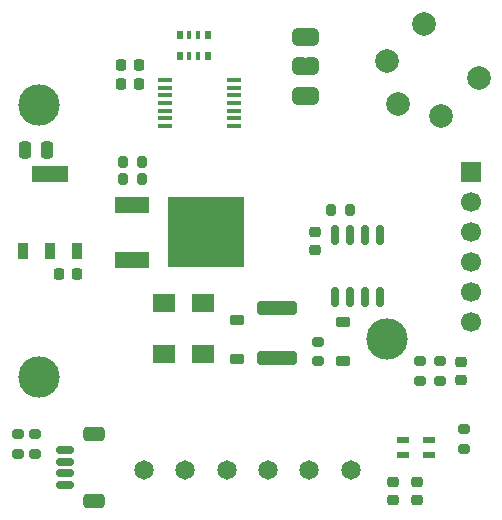
<source format=gts>
G04 #@! TF.GenerationSoftware,KiCad,Pcbnew,9.0.1*
G04 #@! TF.CreationDate,2025-05-14T09:26:50-05:00*
G04 #@! TF.ProjectId,Incipit11,496e6369-7069-4743-9131-2e6b69636164,A*
G04 #@! TF.SameCoordinates,Original*
G04 #@! TF.FileFunction,Soldermask,Top*
G04 #@! TF.FilePolarity,Negative*
%FSLAX46Y46*%
G04 Gerber Fmt 4.6, Leading zero omitted, Abs format (unit mm)*
G04 Created by KiCad (PCBNEW 9.0.1) date 2025-05-14 09:26:50*
%MOMM*%
%LPD*%
G01*
G04 APERTURE LIST*
G04 Aperture macros list*
%AMRoundRect*
0 Rectangle with rounded corners*
0 $1 Rounding radius*
0 $2 $3 $4 $5 $6 $7 $8 $9 X,Y pos of 4 corners*
0 Add a 4 corners polygon primitive as box body*
4,1,4,$2,$3,$4,$5,$6,$7,$8,$9,$2,$3,0*
0 Add four circle primitives for the rounded corners*
1,1,$1+$1,$2,$3*
1,1,$1+$1,$4,$5*
1,1,$1+$1,$6,$7*
1,1,$1+$1,$8,$9*
0 Add four rect primitives between the rounded corners*
20,1,$1+$1,$2,$3,$4,$5,0*
20,1,$1+$1,$4,$5,$6,$7,0*
20,1,$1+$1,$6,$7,$8,$9,0*
20,1,$1+$1,$8,$9,$2,$3,0*%
%AMFreePoly0*
4,1,23,0.500000,-0.750000,0.000000,-0.750000,0.000000,-0.745722,-0.065263,-0.745722,-0.191342,-0.711940,-0.304381,-0.646677,-0.396677,-0.554381,-0.461940,-0.441342,-0.495722,-0.315263,-0.495722,-0.250000,-0.500000,-0.250000,-0.500000,0.250000,-0.495722,0.250000,-0.495722,0.315263,-0.461940,0.441342,-0.396677,0.554381,-0.304381,0.646677,-0.191342,0.711940,-0.065263,0.745722,0.000000,0.745722,
0.000000,0.750000,0.500000,0.750000,0.500000,-0.750000,0.500000,-0.750000,$1*%
%AMFreePoly1*
4,1,23,0.000000,0.745722,0.065263,0.745722,0.191342,0.711940,0.304381,0.646677,0.396677,0.554381,0.461940,0.441342,0.495722,0.315263,0.495722,0.250000,0.500000,0.250000,0.500000,-0.250000,0.495722,-0.250000,0.495722,-0.315263,0.461940,-0.441342,0.396677,-0.554381,0.304381,-0.646677,0.191342,-0.711940,0.065263,-0.745722,0.000000,-0.745722,0.000000,-0.750000,-0.500000,-0.750000,
-0.500000,0.750000,0.000000,0.750000,0.000000,0.745722,0.000000,0.745722,$1*%
G04 Aperture macros list end*
%ADD10RoundRect,0.225000X-0.375000X0.225000X-0.375000X-0.225000X0.375000X-0.225000X0.375000X0.225000X0*%
%ADD11R,1.900000X1.600000*%
%ADD12RoundRect,0.200000X-0.275000X0.200000X-0.275000X-0.200000X0.275000X-0.200000X0.275000X0.200000X0*%
%ADD13RoundRect,0.200000X0.200000X0.275000X-0.200000X0.275000X-0.200000X-0.275000X0.200000X-0.275000X0*%
%ADD14C,1.650000*%
%ADD15RoundRect,0.250000X-1.450000X0.312500X-1.450000X-0.312500X1.450000X-0.312500X1.450000X0.312500X0*%
%ADD16FreePoly0,0.000000*%
%ADD17FreePoly1,0.000000*%
%ADD18R,3.000000X1.400000*%
%ADD19R,6.500000X6.000000*%
%ADD20RoundRect,0.225000X-0.250000X0.225000X-0.250000X-0.225000X0.250000X-0.225000X0.250000X0.225000X0*%
%ADD21R,1.700000X1.700000*%
%ADD22C,1.700000*%
%ADD23C,2.600000*%
%ADD24C,3.500000*%
%ADD25RoundRect,0.200000X0.275000X-0.200000X0.275000X0.200000X-0.275000X0.200000X-0.275000X-0.200000X0*%
%ADD26RoundRect,0.225000X-0.225000X-0.250000X0.225000X-0.250000X0.225000X0.250000X-0.225000X0.250000X0*%
%ADD27RoundRect,0.225000X0.250000X-0.225000X0.250000X0.225000X-0.250000X0.225000X-0.250000X-0.225000X0*%
%ADD28RoundRect,0.250000X0.250000X0.475000X-0.250000X0.475000X-0.250000X-0.475000X0.250000X-0.475000X0*%
%ADD29RoundRect,0.150000X0.150000X-0.675000X0.150000X0.675000X-0.150000X0.675000X-0.150000X-0.675000X0*%
%ADD30C,2.000000*%
%ADD31R,0.889000X1.473200*%
%ADD32R,3.149600X1.473200*%
%ADD33RoundRect,0.225000X0.225000X0.250000X-0.225000X0.250000X-0.225000X-0.250000X0.225000X-0.250000X0*%
%ADD34RoundRect,0.218750X0.256250X-0.218750X0.256250X0.218750X-0.256250X0.218750X-0.256250X-0.218750X0*%
%ADD35R,0.500000X0.800000*%
%ADD36R,0.400000X0.800000*%
%ADD37RoundRect,0.150000X-0.625000X0.150000X-0.625000X-0.150000X0.625000X-0.150000X0.625000X0.150000X0*%
%ADD38RoundRect,0.250000X-0.650000X0.350000X-0.650000X-0.350000X0.650000X-0.350000X0.650000X0.350000X0*%
%ADD39R,1.308100X0.355600*%
%ADD40R,1.000000X0.600000*%
%ADD41RoundRect,0.225000X0.375000X-0.225000X0.375000X0.225000X-0.375000X0.225000X-0.375000X-0.225000X0*%
G04 APERTURE END LIST*
G36*
X150900000Y-70200000D02*
G01*
X151200000Y-70200000D01*
X151200000Y-71700000D01*
X150900000Y-71700000D01*
X150900000Y-70200000D01*
G37*
G36*
X150900000Y-75200000D02*
G01*
X151200000Y-75200000D01*
X151200000Y-76700000D01*
X150900000Y-76700000D01*
X150900000Y-75200000D01*
G37*
G36*
X150900000Y-72700000D02*
G01*
X151200000Y-72700000D01*
X151200000Y-74200000D01*
X150900000Y-74200000D01*
X150900000Y-72700000D01*
G37*
D10*
X154270000Y-95050000D03*
X154270000Y-98350000D03*
D11*
X142400000Y-97800000D03*
X142400000Y-93500000D03*
D12*
X128200000Y-104575000D03*
X128200000Y-106225000D03*
X164500000Y-104175000D03*
X164500000Y-105825000D03*
D13*
X137250000Y-81500000D03*
X135600000Y-81500000D03*
D14*
X137400000Y-107600000D03*
X140900000Y-107600000D03*
X144400000Y-107600000D03*
X147900000Y-107600000D03*
X151400000Y-107600000D03*
X154900000Y-107600000D03*
D11*
X139100000Y-93500000D03*
X139100000Y-97800000D03*
D13*
X154865000Y-85600000D03*
X153215000Y-85600000D03*
D15*
X148700000Y-93862500D03*
X148700000Y-98137500D03*
D16*
X150400000Y-70950000D03*
D17*
X151700000Y-70950000D03*
D13*
X137250000Y-83000000D03*
X135600000Y-83000000D03*
D18*
X136420000Y-85200000D03*
X136420000Y-89800000D03*
D19*
X142670000Y-87500000D03*
D20*
X151840000Y-87425000D03*
X151840000Y-88975000D03*
D21*
X165100000Y-82350000D03*
D22*
X165100000Y-84890000D03*
X165100000Y-87430000D03*
X165100000Y-89970000D03*
X165100000Y-92510000D03*
X165100000Y-95050000D03*
D23*
X128500000Y-76750000D03*
D24*
X128500000Y-76750000D03*
D25*
X162500000Y-100075000D03*
X162500000Y-98425000D03*
D16*
X150400000Y-75950000D03*
D17*
X151700000Y-75950000D03*
D26*
X135436100Y-73350000D03*
X136986100Y-73350000D03*
D27*
X164250000Y-100025000D03*
X164250000Y-98475000D03*
D28*
X129200000Y-80500000D03*
X127300000Y-80500000D03*
D29*
X153600000Y-93000000D03*
X154870000Y-93000000D03*
X156140000Y-93000000D03*
X157410000Y-93000000D03*
X157410000Y-87750000D03*
X156140000Y-87750000D03*
X154870000Y-87750000D03*
X153600000Y-87750000D03*
D12*
X126700000Y-104575000D03*
X126700000Y-106225000D03*
D30*
X162555826Y-77610369D03*
X157959632Y-73014175D03*
X165737806Y-74428389D03*
X161141612Y-69832195D03*
X158949581Y-76620420D03*
D26*
X135436100Y-74950000D03*
X136986100Y-74950000D03*
D23*
X128500000Y-99750000D03*
D24*
X128500000Y-99750000D03*
D31*
X127138600Y-89063900D03*
X129450000Y-89063900D03*
X131761400Y-89063900D03*
D32*
X129450000Y-82536100D03*
D33*
X131725000Y-91000000D03*
X130175000Y-91000000D03*
D34*
X160500000Y-110187500D03*
X160500000Y-108612500D03*
X158500000Y-110187500D03*
X158500000Y-108612500D03*
D35*
X142811100Y-70750000D03*
D36*
X142011100Y-70750000D03*
X141211100Y-70750000D03*
D35*
X140411100Y-70750000D03*
X140411100Y-72550000D03*
D36*
X141211100Y-72550000D03*
X142011100Y-72550000D03*
D35*
X142811100Y-72550000D03*
D12*
X160750000Y-98425000D03*
X160750000Y-100075000D03*
D16*
X150400000Y-73450000D03*
D17*
X151700000Y-73450000D03*
D37*
X130675000Y-105900000D03*
X130675000Y-106900000D03*
X130675000Y-107900000D03*
X130675000Y-108900000D03*
D38*
X133200000Y-104600000D03*
X133200000Y-110200000D03*
D12*
X152170000Y-96750000D03*
X152170000Y-98400000D03*
D23*
X158000000Y-96500000D03*
D24*
X158000000Y-96500000D03*
D39*
X139209150Y-74599999D03*
X139209150Y-75250000D03*
X139209150Y-75900001D03*
X139209150Y-76550000D03*
X139209150Y-77199999D03*
X139209150Y-77850000D03*
X139209150Y-78499999D03*
X145013050Y-78500001D03*
X145013050Y-77850000D03*
X145013050Y-77200001D03*
X145013050Y-76550000D03*
X145013050Y-75900001D03*
X145013050Y-75250000D03*
X145013050Y-74600001D03*
D40*
X161500000Y-106350000D03*
X161500000Y-105050000D03*
X159300000Y-105050000D03*
X159300000Y-106350000D03*
D41*
X145300000Y-98250000D03*
X145300000Y-94950000D03*
M02*

</source>
